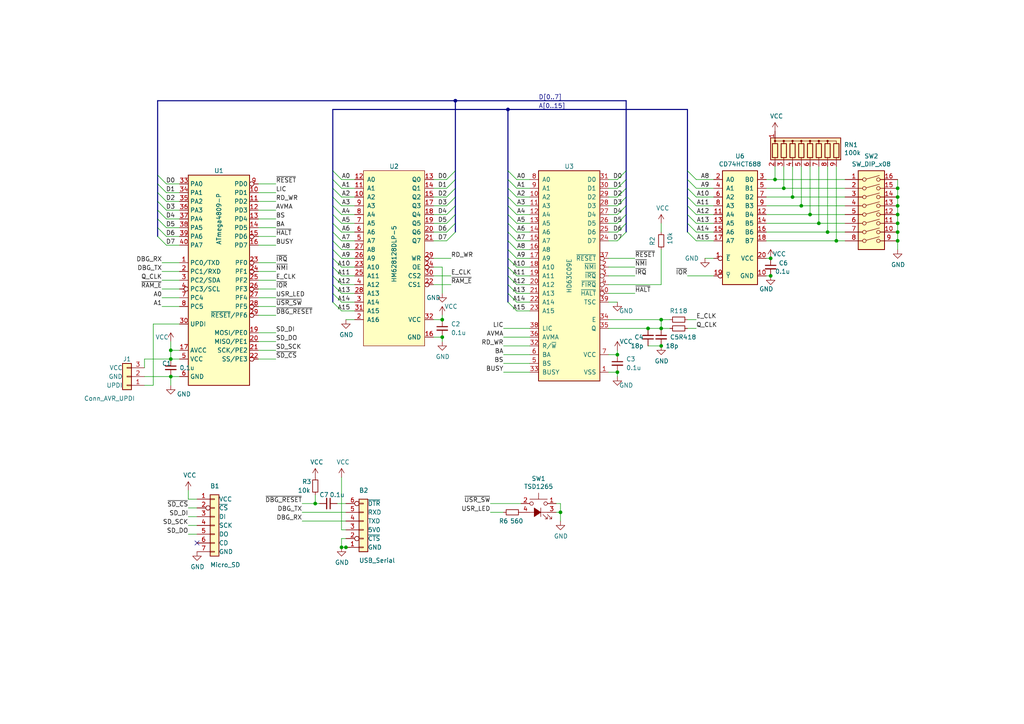
<source format=kicad_sch>
(kicad_sch (version 20211123) (generator eeschema)
  (paper "A4")
  (title_block (title "CyborgHD6309E") (date "2021-02-24") (rev "7") (company "Tadashi G. Takaoka"))
  (lib_symbols
    (symbol "0-LocalLibrary:628128" (pin_names (offset 1.016))
      (property "Reference" "U" (at -1.27 26.67 0))
      (property "Value" "628128" (at 0 -1.27 90))
      (symbol "628128_0_0"
        (pin power_in line (at 11.43 -22.86 180) (length 2.54) (name "GND") (number "16"))
        (pin power_in line (at 11.43 -17.78 180) (length 2.54) (name "VCC") (number "32"))
      )
      (symbol "628128_1_1"
        (pin input line (at -11.43 17.78 0) (length 2.54) (name "A2") (number "10"))
        (pin input line (at -11.43 20.32 0) (length 2.54) (name "A1") (number "11"))
        (pin input line (at -11.43 22.86 0) (length 2.54) (name "A0") (number "12"))
        (pin bidirectional line (at 11.43 22.86 180) (length 2.54) (name "Q0") (number "13"))
        (pin bidirectional line (at 11.43 20.32 180) (length 2.54) (name "Q1") (number "14"))
        (pin bidirectional line (at 11.43 17.78 180) (length 2.54) (name "Q2") (number "15"))
        (pin bidirectional line (at 11.43 15.24 180) (length 2.54) (name "Q3") (number "17"))
        (pin bidirectional line (at 11.43 12.7 180) (length 2.54) (name "Q4") (number "18"))
        (pin bidirectional line (at 11.43 10.16 180) (length 2.54) (name "Q5") (number "19"))
        (pin input line (at -11.43 -17.78 0) (length 2.54) (name "A16") (number "2"))
        (pin bidirectional line (at 11.43 7.62 180) (length 2.54) (name "Q6") (number "20"))
        (pin bidirectional line (at 11.43 5.08 180) (length 2.54) (name "Q7") (number "21"))
        (pin input inverted (at 11.43 -7.62 180) (length 2.54) (name "CS1") (number "22"))
        (pin input line (at -11.43 -2.54 0) (length 2.54) (name "A10") (number "23"))
        (pin input inverted (at 11.43 -2.54 180) (length 2.54) (name "OE") (number "24"))
        (pin input line (at -11.43 -5.08 0) (length 2.54) (name "A11") (number "25"))
        (pin input line (at -11.43 0 0) (length 2.54) (name "A9") (number "26"))
        (pin input line (at -11.43 2.54 0) (length 2.54) (name "A8") (number "27"))
        (pin input line (at -11.43 -10.16 0) (length 2.54) (name "A13") (number "28"))
        (pin input inverted (at 11.43 0 180) (length 2.54) (name "WR") (number "29"))
        (pin input line (at -11.43 -12.7 0) (length 2.54) (name "A14") (number "3"))
        (pin input line (at 11.43 -5.08 180) (length 2.54) (name "CS2") (number "30"))
        (pin input line (at -11.43 -15.24 0) (length 2.54) (name "A15") (number "31"))
        (pin input line (at -11.43 -7.62 0) (length 2.54) (name "A12") (number "4"))
        (pin input line (at -11.43 5.08 0) (length 2.54) (name "A7") (number "5"))
        (pin input line (at -11.43 7.62 0) (length 2.54) (name "A6") (number "6"))
        (pin input line (at -11.43 10.16 0) (length 2.54) (name "A5") (number "7"))
        (pin input line (at -11.43 12.7 0) (length 2.54) (name "A4") (number "8"))
        (pin input line (at -11.43 15.24 0) (length 2.54) (name "A3") (number "9"))
      )
    )
    (symbol "0-LocalLibrary:ATmega4809-P"
      (property "Reference" "U" (at -1.27 30.48 0))
      (property "Value" "ATmega4809-P" (at -1.27 11.43 90))
      (symbol "ATmega4809-P_1_1"
        (pin output line (at -11.43 5.08 0) (length 2.54) (name "PC0/TXD") (number "1"))
        (pin input line (at 11.43 25.4 180) (length 2.54) (name "PD1") (number "10"))
        (pin input line (at 11.43 22.86 180) (length 2.54) (name "PD2") (number "11"))
        (pin input line (at 11.43 20.32 180) (length 2.54) (name "PD3") (number "12"))
        (pin input line (at 11.43 17.78 180) (length 2.54) (name "PD4") (number "13"))
        (pin input line (at 11.43 15.24 180) (length 2.54) (name "PD5") (number "14"))
        (pin output inverted (at 11.43 12.7 180) (length 2.54) (name "PD6") (number "15"))
        (pin input line (at 11.43 10.16 180) (length 2.54) (name "PD7") (number "16"))
        (pin power_in line (at -11.43 -20.32 0) (length 2.54) (name "AVCC") (number "17"))
        (pin power_in line (at -11.43 -27.94 0) (length 2.54) hide (name "GND") (number "18"))
        (pin output line (at 11.43 -15.24 180) (length 2.54) (name "MOSI/PE0") (number "19"))
        (pin input line (at -11.43 2.54 0) (length 2.54) (name "PC1/RXD") (number "2"))
        (pin input line (at 11.43 -17.78 180) (length 2.54) (name "MISO/PE1") (number "20"))
        (pin output line (at 11.43 -20.32 180) (length 2.54) (name "SCK/PE2") (number "21"))
        (pin output inverted (at 11.43 -22.86 180) (length 2.54) (name "SS/PE3") (number "22"))
        (pin output inverted (at 11.43 5.08 180) (length 2.54) (name "PF0") (number "23"))
        (pin output inverted (at 11.43 2.54 180) (length 2.54) (name "PF1") (number "24"))
        (pin output line (at 11.43 0 180) (length 2.54) (name "PF2") (number "25"))
        (pin input inverted (at 11.43 -2.54 180) (length 2.54) (name "PF3") (number "26"))
        (pin output line (at 11.43 -5.08 180) (length 2.54) (name "PF4") (number "27"))
        (pin input inverted (at 11.43 -7.62 180) (length 2.54) (name "PF5") (number "28"))
        (pin input inverted (at 11.43 -10.16 180) (length 2.54) (name "~{RESET}/PF6") (number "29"))
        (pin output line (at -11.43 0 0) (length 2.54) (name "PC2/SDA") (number "3"))
        (pin bidirectional line (at -11.43 -12.7 0) (length 2.54) (name "UPDI") (number "30"))
        (pin power_in line (at -11.43 -22.86 0) (length 2.54) hide (name "VCC") (number "31"))
        (pin power_in line (at -11.43 -27.94 0) (length 2.54) hide (name "GND") (number "32"))
        (pin bidirectional line (at -11.43 27.94 0) (length 2.54) (name "PA0") (number "33"))
        (pin bidirectional line (at -11.43 25.4 0) (length 2.54) (name "PA1") (number "34"))
        (pin bidirectional line (at -11.43 22.86 0) (length 2.54) (name "PA2") (number "35"))
        (pin bidirectional line (at -11.43 20.32 0) (length 2.54) (name "PA3") (number "36"))
        (pin bidirectional line (at -11.43 17.78 0) (length 2.54) (name "PA4") (number "37"))
        (pin bidirectional line (at -11.43 15.24 0) (length 2.54) (name "PA5") (number "38"))
        (pin bidirectional line (at -11.43 12.7 0) (length 2.54) (name "PA6") (number "39"))
        (pin output inverted (at -11.43 -2.54 0) (length 2.54) (name "PC3/SCL") (number "4"))
        (pin bidirectional line (at -11.43 10.16 0) (length 2.54) (name "PA7") (number "40"))
        (pin power_in line (at -11.43 -22.86 0) (length 2.54) (name "VCC") (number "5"))
        (pin power_in line (at -11.43 -27.94 0) (length 2.54) (name "GND") (number "6"))
        (pin input line (at -11.43 -5.08 0) (length 2.54) (name "PC4") (number "7"))
        (pin input line (at -11.43 -7.62 0) (length 2.54) (name "PC5") (number "8"))
        (pin output inverted (at 11.43 27.94 180) (length 2.54) (name "PD0") (number "9"))
      )
    )
    (symbol "0-LocalLibrary:CD74HCT688" (pin_names (offset 1.016))
      (property "Reference" "U" (at -1.27 17.78 0))
      (property "Value" "CD74HCT688" (at 0 0 90))
      (symbol "CD74HCT688_1_0"
        (pin input inverted (at 7.62 -8.89 180) (length 2.54) (name "~{E}") (number "1"))
        (pin power_in line (at -7.62 -13.97 0) (length 2.54) (name "GND") (number "10"))
        (pin input line (at 7.62 3.81 180) (length 2.54) (name "A4") (number "11"))
        (pin input line (at -7.62 3.81 0) (length 2.54) (name "B4") (number "12"))
        (pin input line (at 7.62 1.27 180) (length 2.54) (name "A5") (number "13"))
        (pin input line (at -7.62 1.27 0) (length 2.54) (name "B5") (number "14"))
        (pin input line (at 7.62 -1.27 180) (length 2.54) (name "A6") (number "15"))
        (pin input line (at -7.62 -1.27 0) (length 2.54) (name "B6") (number "16"))
        (pin input line (at 7.62 -3.81 180) (length 2.54) (name "A7") (number "17"))
        (pin input line (at -7.62 -3.81 0) (length 2.54) (name "B7") (number "18"))
        (pin output inverted (at 7.62 -13.97 180) (length 2.54) (name "~{Y}") (number "19"))
        (pin input line (at 7.62 13.97 180) (length 2.54) (name "A0") (number "2"))
        (pin power_in line (at -7.62 -8.89 0) (length 2.54) (name "VCC") (number "20"))
        (pin input line (at -7.62 13.97 0) (length 2.54) (name "B0") (number "3"))
        (pin input line (at 7.62 11.43 180) (length 2.54) (name "A1") (number "4"))
        (pin input line (at -7.62 11.43 0) (length 2.54) (name "B1") (number "5"))
        (pin input line (at 7.62 8.89 180) (length 2.54) (name "A2") (number "6"))
        (pin input line (at -7.62 8.89 0) (length 2.54) (name "B2") (number "7"))
        (pin input line (at 7.62 6.35 180) (length 2.54) (name "A3") (number "8"))
        (pin input line (at -7.62 6.35 0) (length 2.54) (name "B3") (number "9"))
      )
    )
    (symbol "0-LocalLibrary:Conn_AVR_UPDI" (pin_names (offset 2.54))
      (property "Reference" "J" (at 0 7.62 0))
      (property "Value" "Conn_AVR_UPDI" (at 0 -2.54 0))
      (symbol "Conn_AVR_UPDI_1_1"
        (pin bidirectional line (at -5.08 5.08 0) (length 3.81) (name "UPDI") (number "1"))
        (pin passive line (at -5.08 2.54 0) (length 3.81) (name "GND") (number "2"))
        (pin passive line (at -5.08 0 0) (length 3.81) (name "VCC") (number "3"))
      )
    )
    (symbol "0-LocalLibrary:HD63C09E" (pin_names (offset 1.016))
      (property "Reference" "U" (at 0 31.75 0))
      (property "Value" "HD63C09E" (at 0 3.81 90))
      (symbol "HD63C09E_1_1"
        (pin power_in line (at -11.43 -27.94 0) (length 2.54) (name "VSS") (number "1"))
        (pin output line (at 11.43 22.86 180) (length 2.54) (name "A2") (number "10"))
        (pin output line (at 11.43 20.32 180) (length 2.54) (name "A3") (number "11"))
        (pin output line (at 11.43 17.78 180) (length 2.54) (name "A4") (number "12"))
        (pin output line (at 11.43 15.24 180) (length 2.54) (name "A5") (number "13"))
        (pin output line (at 11.43 12.7 180) (length 2.54) (name "A6") (number "14"))
        (pin output line (at 11.43 10.16 180) (length 2.54) (name "A7") (number "15"))
        (pin output line (at 11.43 7.62 180) (length 2.54) (name "A8") (number "16"))
        (pin output line (at 11.43 5.08 180) (length 2.54) (name "A9") (number "17"))
        (pin output line (at 11.43 2.54 180) (length 2.54) (name "A10") (number "18"))
        (pin output line (at 11.43 0 180) (length 2.54) (name "A11") (number "19"))
        (pin input inverted (at -11.43 2.54 0) (length 2.54) (name "~{NMI}") (number "2"))
        (pin output line (at 11.43 -2.54 180) (length 2.54) (name "A12") (number "20"))
        (pin output line (at 11.43 -5.08 180) (length 2.54) (name "A13") (number "21"))
        (pin output line (at 11.43 -7.62 180) (length 2.54) (name "A14") (number "22"))
        (pin output line (at 11.43 -10.16 180) (length 2.54) (name "A15") (number "23"))
        (pin bidirectional line (at -11.43 10.16 0) (length 2.54) (name "D7") (number "24"))
        (pin bidirectional line (at -11.43 12.7 0) (length 2.54) (name "D6") (number "25"))
        (pin bidirectional line (at -11.43 15.24 0) (length 2.54) (name "D5") (number "26"))
        (pin bidirectional line (at -11.43 17.78 0) (length 2.54) (name "D4") (number "27"))
        (pin bidirectional line (at -11.43 20.32 0) (length 2.54) (name "D3") (number "28"))
        (pin bidirectional line (at -11.43 22.86 0) (length 2.54) (name "D2") (number "29"))
        (pin input inverted (at -11.43 0 0) (length 2.54) (name "~{IRQ}") (number "3"))
        (pin bidirectional line (at -11.43 25.4 0) (length 2.54) (name "D1") (number "30"))
        (pin bidirectional line (at -11.43 27.94 0) (length 2.54) (name "D0") (number "31"))
        (pin output line (at 11.43 -20.32 180) (length 2.54) (name "R/~{W}") (number "32"))
        (pin output line (at 11.43 -27.94 180) (length 2.54) (name "BUSY") (number "33"))
        (pin input line (at -11.43 -12.7 0) (length 2.54) (name "E") (number "34"))
        (pin input line (at -11.43 -15.24 0) (length 2.54) (name "Q") (number "35"))
        (pin output line (at 11.43 -17.78 180) (length 2.54) (name "AVMA") (number "36"))
        (pin input inverted (at -11.43 5.08 0) (length 2.54) (name "~{RESET}") (number "37"))
        (pin output line (at 11.43 -15.24 180) (length 2.54) (name "LIC") (number "38"))
        (pin input line (at -11.43 -7.62 0) (length 2.54) (name "TSC") (number "39"))
        (pin input inverted (at -11.43 -2.54 0) (length 2.54) (name "~{FIRQ}") (number "4"))
        (pin input inverted (at -11.43 -5.08 0) (length 2.54) (name "~{HALT}") (number "40"))
        (pin output line (at 11.43 -25.4 180) (length 2.54) (name "BS") (number "5"))
        (pin output line (at 11.43 -22.86 180) (length 2.54) (name "BA") (number "6"))
        (pin power_in line (at -11.43 -22.86 0) (length 2.54) (name "VCC") (number "7"))
        (pin output line (at 11.43 27.94 180) (length 2.54) (name "A0") (number "8"))
        (pin output line (at 11.43 25.4 180) (length 2.54) (name "A1") (number "9"))
      )
    )
    (symbol "0-LocalLibrary:Micro_SD" (pin_names (offset 2.54))
      (property "Reference" "B" (at 0 10.16 0))
      (property "Value" "Micro_SD" (at 0 -10.16 0))
      (symbol "Micro_SD_1_1"
        (pin power_in line (at -5.08 7.62 0) (length 3.81) (name "VCC") (number "1"))
        (pin input inverted (at -5.08 5.08 0) (length 3.81) (name "~{CS}") (number "2"))
        (pin input line (at -5.08 2.54 0) (length 3.81) (name "DI") (number "3"))
        (pin input line (at -5.08 0 0) (length 3.81) (name "SCK") (number "4"))
        (pin output line (at -5.08 -2.54 0) (length 3.81) (name "DO") (number "5"))
        (pin output line (at -5.08 -5.08 0) (length 3.81) (name "CD") (number "6"))
        (pin power_in line (at -5.08 -7.62 0) (length 3.81) (name "GND") (number "7"))
      )
    )
    (symbol "0-LocalLibrary:SW_Push_LED" (pin_names (offset 1.016) hide)
      (property "Reference" "SW" (at 0.635 5.715 0))
      (property "Value" "SW_Push_LED" (at 0 -3.175 0))
      (symbol "SW_Push_LED_0_1"
        (pin passive line (at -5.08 2.54 0) (length 2.54) (name "1") (number "1"))
        (pin passive line (at 5.08 2.54 180) (length 2.54) (name "2") (number "2"))
        (pin passive line (at -5.08 0 0) (length 2.54) (name "K") (number "3"))
        (pin passive line (at 5.08 0 180) (length 2.54) (name "A") (number "4"))
      )
    )
    (symbol "0-LocalLibrary:USB_Serial" (pin_names (offset 2.54))
      (property "Reference" "B" (at 0 7.62 0))
      (property "Value" "USB_Serial" (at 0 -10.16 0))
      (symbol "USB_Serial_1_1"
        (pin power_out line (at -5.08 -7.62 0) (length 3.81) (name "GND") (number "1"))
        (pin input inverted (at -5.08 -5.08 0) (length 3.81) (name "~{CTS}") (number "2"))
        (pin power_out line (at -5.08 -2.54 0) (length 3.81) (name "5V0") (number "3"))
        (pin input line (at -5.08 0 0) (length 3.81) (name "TXD") (number "4"))
        (pin output line (at -5.08 2.54 0) (length 3.81) (name "RXD") (number "5"))
        (pin output inverted (at -5.08 5.08 0) (length 3.81) (name "~{DTR}") (number "6"))
      )
    )
    (symbol "Device:C_Small" (pin_numbers hide) (pin_names (offset 0.254) hide)
      (property "Reference" "C" (at 0.254 1.778 0))
      (property "Value" "C_Small" (at 0.254 -2.032 0))
      (symbol "C_Small_1_1"
        (pin passive line (at 0 2.54 270) (length 2.032) (name "~") (number "1"))
        (pin passive line (at 0 -2.54 90) (length 2.032) (name "~") (number "2"))
      )
    )
    (symbol "Device:R_Network08" (pin_names (offset 0) hide)
      (property "Reference" "RN" (at -12.7 0 90))
      (property "Value" "R_Network08" (at 10.16 0 90))
      (symbol "R_Network08_1_1"
        (pin passive line (at -10.16 5.08 270) (length 2.54) (name "common") (number "1"))
        (pin passive line (at -10.16 -5.08 90) (length 1.27) (name "R1") (number "2"))
        (pin passive line (at -7.62 -5.08 90) (length 1.27) (name "R2") (number "3"))
        (pin passive line (at -5.08 -5.08 90) (length 1.27) (name "R3") (number "4"))
        (pin passive line (at -2.54 -5.08 90) (length 1.27) (name "R4") (number "5"))
        (pin passive line (at 0 -5.08 90) (length 1.27) (name "R5") (number "6"))
        (pin passive line (at 2.54 -5.08 90) (length 1.27) (name "R6") (number "7"))
        (pin passive line (at 5.08 -5.08 90) (length 1.27) (name "R7") (number "8"))
        (pin passive line (at 7.62 -5.08 90) (length 1.27) (name "R8") (number "9"))
      )
    )
    (symbol "Device:R_Small" (pin_numbers hide) (pin_names (offset 0.254) hide)
      (property "Reference" "R" (at 0.762 0.508 0))
      (property "Value" "R_Small" (at 0.762 -1.016 0))
      (symbol "R_Small_1_1"
        (pin passive line (at 0 2.54 270) (length 0.762) (name "~") (number "1"))
        (pin passive line (at 0 -2.54 90) (length 0.762) (name "~") (number "2"))
      )
    )
    (symbol "Switch:SW_DIP_x08" (pin_names (offset 0) hide)
      (property "Reference" "SW" (at 0 13.97 0))
      (property "Value" "SW_DIP_x08" (at 0 -11.43 0))
      (symbol "SW_DIP_x08_1_1"
        (pin passive line (at -7.62 10.16 0) (length 5.08) (name "~") (number "1"))
        (pin passive line (at 7.62 -5.08 180) (length 5.08) (name "~") (number "10"))
        (pin passive line (at 7.62 -2.54 180) (length 5.08) (name "~") (number "11"))
        (pin passive line (at 7.62 0 180) (length 5.08) (name "~") (number "12"))
        (pin passive line (at 7.62 2.54 180) (length 5.08) (name "~") (number "13"))
        (pin passive line (at 7.62 5.08 180) (length 5.08) (name "~") (number "14"))
        (pin passive line (at 7.62 7.62 180) (length 5.08) (name "~") (number "15"))
        (pin passive line (at 7.62 10.16 180) (length 5.08) (name "~") (number "16"))
        (pin passive line (at -7.62 7.62 0) (length 5.08) (name "~") (number "2"))
        (pin passive line (at -7.62 5.08 0) (length 5.08) (name "~") (number "3"))
        (pin passive line (at -7.62 2.54 0) (length 5.08) (name "~") (number "4"))
        (pin passive line (at -7.62 0 0) (length 5.08) (name "~") (number "5"))
        (pin passive line (at -7.62 -2.54 0) (length 5.08) (name "~") (number "6"))
        (pin passive line (at -7.62 -5.08 0) (length 5.08) (name "~") (number "7"))
        (pin passive line (at -7.62 -7.62 0) (length 5.08) (name "~") (number "8"))
        (pin passive line (at 7.62 -7.62 180) (length 5.08) (name "~") (number "9"))
      )
    )
    (symbol "power:GND" (power) (pin_names (offset 0))
      (property "Value" "GND" (at 0 -3.81 0))
      (symbol "GND_1_1"
        (pin power_in line (at 0 0 270) (length 0) hide (name "GND") (number "1"))
      )
    )
    (symbol "power:VCC" (power) (pin_names (offset 0))
      (property "Value" "VCC" (at 0 3.81 0))
      (symbol "VCC_1_1"
        (pin power_in line (at 0 0 90) (length 0) hide (name "VCC") (number "1"))
      )
    )
  )
  (junction (at 223.52 74.93))
  (junction (at 232.41 59.69))
  (junction (at 260.35 57.15))
  (junction (at 187.96 95.25))
  (junction (at 223.52 80.01))
  (junction (at 179.07 102.87))
  (junction (at 100.33 158.75))
  (junction (at 49.53 109.22))
  (junction (at 237.49 64.77))
  (junction (at 179.07 107.95))
  (junction (at 240.03 67.31))
  (junction (at 191.77 95.25))
  (junction (at 242.57 69.85))
  (junction (at 162.56 148.59))
  (junction (at 191.77 100.33))
  (junction (at 260.35 69.85))
  (junction (at 128.27 92.71))
  (junction (at 128.27 97.79))
  (junction (at 49.53 101.6))
  (junction (at 191.77 92.71))
  (junction (at 260.35 54.61))
  (junction (at 91.44 146.05))
  (junction (at 260.35 62.23))
  (junction (at 224.79 52.07))
  (junction (at 260.35 64.77))
  (junction (at 132.08 29.21))
  (junction (at 260.35 59.69))
  (junction (at 99.06 158.75))
  (junction (at 147.32 31.75))
  (junction (at 227.33 54.61))
  (junction (at 49.53 104.14))
  (junction (at 260.35 67.31))
  (junction (at 229.87 57.15))
  (junction (at 234.95 62.23))
  (no_connect (at 57.15 157.48))
  (bus_entry (at 96.52 52.07) (size 2.54 2.54))
  (bus_entry (at 179.07 52.07) (size 2.54 -2.54))
  (bus_entry (at 147.32 80.01) (size 2.54 2.54))
  (bus_entry (at 45.72 60.96) (size 2.54 2.54))
  (bus_entry (at 179.07 54.61) (size 2.54 -2.54))
  (bus_entry (at 147.32 82.55) (size 2.54 2.54))
  (bus_entry (at 96.52 67.31) (size 2.54 2.54))
  (bus_entry (at 147.32 74.93) (size 2.54 2.54))
  (bus_entry (at 147.32 57.15) (size 2.54 2.54))
  (bus_entry (at 96.52 62.23) (size 2.54 2.54))
  (bus_entry (at 129.54 62.23) (size 2.54 -2.54))
  (bus_entry (at 96.52 74.93) (size 2.54 2.54))
  (bus_entry (at 96.52 77.47) (size 2.54 2.54))
  (bus_entry (at 96.52 82.55) (size 2.54 2.54))
  (bus_entry (at 129.54 59.69) (size 2.54 -2.54))
  (bus_entry (at 147.32 52.07) (size 2.54 2.54))
  (bus_entry (at 129.54 69.85) (size 2.54 -2.54))
  (bus_entry (at 96.52 59.69) (size 2.54 2.54))
  (bus_entry (at 147.32 69.85) (size 2.54 2.54))
  (bus_entry (at 45.72 68.58) (size 2.54 2.54))
  (bus_entry (at 199.39 67.31) (size 2.54 2.54))
  (bus_entry (at 45.72 55.88) (size 2.54 2.54))
  (bus_entry (at 147.32 67.31) (size 2.54 2.54))
  (bus_entry (at 45.72 58.42) (size 2.54 2.54))
  (bus_entry (at 199.39 54.61) (size 2.54 2.54))
  (bus_entry (at 147.32 77.47) (size 2.54 2.54))
  (bus_entry (at 129.54 64.77) (size 2.54 -2.54))
  (bus_entry (at 147.32 49.53) (size 2.54 2.54))
  (bus_entry (at 147.32 85.09) (size 2.54 2.54))
  (bus_entry (at 147.32 54.61) (size 2.54 2.54))
  (bus_entry (at 96.52 54.61) (size 2.54 2.54))
  (bus_entry (at 199.39 57.15) (size 2.54 2.54))
  (bus_entry (at 147.32 59.69) (size 2.54 2.54))
  (bus_entry (at 129.54 52.07) (size 2.54 -2.54))
  (bus_entry (at 129.54 57.15) (size 2.54 -2.54))
  (bus_entry (at 96.52 87.63) (size 2.54 2.54))
  (bus_entry (at 179.07 64.77) (size 2.54 -2.54))
  (bus_entry (at 147.32 62.23) (size 2.54 2.54))
  (bus_entry (at 45.72 53.34) (size 2.54 2.54))
  (bus_entry (at 45.72 63.5) (size 2.54 2.54))
  (bus_entry (at 179.07 59.69) (size 2.54 -2.54))
  (bus_entry (at 179.07 62.23) (size 2.54 -2.54))
  (bus_entry (at 96.52 57.15) (size 2.54 2.54))
  (bus_entry (at 179.07 57.15) (size 2.54 -2.54))
  (bus_entry (at 147.32 72.39) (size 2.54 2.54))
  (bus_entry (at 179.07 69.85) (size 2.54 -2.54))
  (bus_entry (at 199.39 49.53) (size 2.54 2.54))
  (bus_entry (at 179.07 67.31) (size 2.54 -2.54))
  (bus_entry (at 147.32 64.77) (size 2.54 2.54))
  (bus_entry (at 129.54 54.61) (size 2.54 -2.54))
  (bus_entry (at 199.39 62.23) (size 2.54 2.54))
  (bus_entry (at 96.52 49.53) (size 2.54 2.54))
  (bus_entry (at 96.52 85.09) (size 2.54 2.54))
  (bus_entry (at 129.54 67.31) (size 2.54 -2.54))
  (bus_entry (at 96.52 72.39) (size 2.54 2.54))
  (bus_entry (at 199.39 52.07) (size 2.54 2.54))
  (bus_entry (at 199.39 59.69) (size 2.54 2.54))
  (bus_entry (at 199.39 64.77) (size 2.54 2.54))
  (bus_entry (at 96.52 69.85) (size 2.54 2.54))
  (bus_entry (at 45.72 50.8) (size 2.54 2.54))
  (bus_entry (at 96.52 80.01) (size 2.54 2.54))
  (bus_entry (at 45.72 66.04) (size 2.54 2.54))
  (bus_entry (at 147.32 87.63) (size 2.54 2.54))
  (bus_entry (at 96.52 64.77) (size 2.54 2.54))
  (wire (pts (xy 80.01 104.14) (xy 74.93 104.14)))
  (bus (pts (xy 96.52 57.15) (xy 96.52 59.69)))
  (wire (pts (xy 125.73 62.23) (xy 129.54 62.23)))
  (wire (pts (xy 222.25 54.61) (xy 227.33 54.61)))
  (bus (pts (xy 45.72 66.04) (xy 45.72 68.58)))
  (wire (pts (xy 99.06 57.15) (xy 102.87 57.15)))
  (bus (pts (xy 199.39 54.61) (xy 199.39 57.15)))
  (wire (pts (xy 128.27 91.44) (xy 128.27 92.71)))
  (wire (pts (xy 222.25 69.85) (xy 242.57 69.85)))
  (bus (pts (xy 96.52 67.31) (xy 96.52 69.85)))
  (wire (pts (xy 49.53 104.14) (xy 49.53 101.6)))
  (bus (pts (xy 147.32 82.55) (xy 147.32 85.09)))
  (wire (pts (xy 229.87 48.26) (xy 229.87 57.15)))
  (wire (pts (xy 240.03 48.26) (xy 240.03 67.31)))
  (wire (pts (xy 176.53 57.15) (xy 179.07 57.15)))
  (wire (pts (xy 87.63 151.13) (xy 100.33 151.13)))
  (bus (pts (xy 96.52 52.07) (xy 96.52 54.61)))
  (wire (pts (xy 224.79 48.26) (xy 224.79 52.07)))
  (bus (pts (xy 147.32 85.09) (xy 147.32 87.63)))
  (wire (pts (xy 125.73 52.07) (xy 129.54 52.07)))
  (wire (pts (xy 99.06 72.39) (xy 102.87 72.39)))
  (wire (pts (xy 222.25 59.69) (xy 232.41 59.69)))
  (bus (pts (xy 147.32 72.39) (xy 147.32 74.93)))
  (wire (pts (xy 128.27 97.79) (xy 128.27 99.06)))
  (wire (pts (xy 142.24 148.59) (xy 146.05 148.59)))
  (bus (pts (xy 96.52 77.47) (xy 96.52 80.01)))
  (wire (pts (xy 176.53 102.87) (xy 179.07 102.87)))
  (wire (pts (xy 161.29 146.05) (xy 162.56 146.05)))
  (wire (pts (xy 99.06 158.75) (xy 100.33 158.75)))
  (wire (pts (xy 201.93 52.07) (xy 207.01 52.07)))
  (wire (pts (xy 176.53 64.77) (xy 179.07 64.77)))
  (wire (pts (xy 229.87 57.15) (xy 222.25 57.15)))
  (bus (pts (xy 181.61 59.69) (xy 181.61 62.23)))
  (wire (pts (xy 176.53 54.61) (xy 179.07 54.61)))
  (wire (pts (xy 149.86 52.07) (xy 153.67 52.07)))
  (wire (pts (xy 227.33 54.61) (xy 245.11 54.61)))
  (wire (pts (xy 176.53 74.93) (xy 184.15 74.93)))
  (wire (pts (xy 201.93 67.31) (xy 207.01 67.31)))
  (wire (pts (xy 125.73 77.47) (xy 128.27 77.47)))
  (wire (pts (xy 74.93 71.12) (xy 80.01 71.12)))
  (wire (pts (xy 99.06 67.31) (xy 102.87 67.31)))
  (wire (pts (xy 237.49 48.26) (xy 237.49 64.77)))
  (wire (pts (xy 146.05 105.41) (xy 153.67 105.41)))
  (wire (pts (xy 179.07 102.87) (xy 179.07 101.6)))
  (wire (pts (xy 57.15 152.4) (xy 54.61 152.4)))
  (bus (pts (xy 96.52 82.55) (xy 96.52 85.09)))
  (wire (pts (xy 149.86 80.01) (xy 153.67 80.01)))
  (wire (pts (xy 176.53 67.31) (xy 179.07 67.31)))
  (wire (pts (xy 48.26 71.12) (xy 52.07 71.12)))
  (wire (pts (xy 227.33 48.26) (xy 227.33 54.61)))
  (wire (pts (xy 201.93 64.77) (xy 207.01 64.77)))
  (bus (pts (xy 96.52 74.93) (xy 96.52 77.47)))
  (wire (pts (xy 74.93 88.9) (xy 80.01 88.9)))
  (bus (pts (xy 181.61 52.07) (xy 181.61 54.61)))
  (wire (pts (xy 52.07 88.9) (xy 46.99 88.9)))
  (bus (pts (xy 132.08 57.15) (xy 132.08 59.69)))
  (wire (pts (xy 87.63 146.05) (xy 91.44 146.05)))
  (wire (pts (xy 199.39 92.71) (xy 201.93 92.71)))
  (wire (pts (xy 260.35 67.31) (xy 260.35 69.85)))
  (bus (pts (xy 96.52 69.85) (xy 96.52 72.39)))
  (bus (pts (xy 132.08 52.07) (xy 132.08 54.61)))
  (bus (pts (xy 132.08 29.21) (xy 132.08 49.53)))
  (wire (pts (xy 74.93 76.2) (xy 80.01 76.2)))
  (bus (pts (xy 45.72 29.21) (xy 132.08 29.21)))
  (wire (pts (xy 176.53 87.63) (xy 179.07 87.63)))
  (wire (pts (xy 149.86 57.15) (xy 153.67 57.15)))
  (wire (pts (xy 128.27 97.79) (xy 125.73 97.79)))
  (wire (pts (xy 49.53 109.22) (xy 49.53 111.76)))
  (bus (pts (xy 181.61 29.21) (xy 181.61 49.53)))
  (bus (pts (xy 181.61 49.53) (xy 181.61 52.07)))
  (bus (pts (xy 132.08 49.53) (xy 132.08 52.07)))
  (wire (pts (xy 74.93 58.42) (xy 80.01 58.42)))
  (wire (pts (xy 125.73 80.01) (xy 130.81 80.01)))
  (wire (pts (xy 52.07 83.82) (xy 46.99 83.82)))
  (wire (pts (xy 48.26 66.04) (xy 52.07 66.04)))
  (wire (pts (xy 125.73 64.77) (xy 129.54 64.77)))
  (bus (pts (xy 199.39 31.75) (xy 199.39 49.53)))
  (wire (pts (xy 162.56 148.59) (xy 162.56 151.13)))
  (wire (pts (xy 99.06 74.93) (xy 102.87 74.93)))
  (wire (pts (xy 100.33 92.71) (xy 102.87 92.71)))
  (bus (pts (xy 96.52 64.77) (xy 96.52 67.31)))
  (wire (pts (xy 49.53 104.14) (xy 41.91 104.14)))
  (wire (pts (xy 100.33 158.75) (xy 101.6 158.75)))
  (bus (pts (xy 96.52 80.01) (xy 96.52 82.55)))
  (wire (pts (xy 179.07 109.22) (xy 179.07 107.95)))
  (bus (pts (xy 199.39 57.15) (xy 199.39 59.69)))
  (bus (pts (xy 147.32 62.23) (xy 147.32 64.77)))
  (bus (pts (xy 96.52 54.61) (xy 96.52 57.15)))
  (wire (pts (xy 74.93 78.74) (xy 80.01 78.74)))
  (bus (pts (xy 199.39 62.23) (xy 199.39 64.77)))
  (wire (pts (xy 176.53 85.09) (xy 184.15 85.09)))
  (bus (pts (xy 147.32 59.69) (xy 147.32 62.23)))
  (wire (pts (xy 245.11 67.31) (xy 240.03 67.31)))
  (wire (pts (xy 99.06 69.85) (xy 102.87 69.85)))
  (wire (pts (xy 176.53 77.47) (xy 184.15 77.47)))
  (bus (pts (xy 199.39 64.77) (xy 199.39 67.31)))
  (bus (pts (xy 147.32 67.31) (xy 147.32 69.85)))
  (wire (pts (xy 99.06 77.47) (xy 102.87 77.47)))
  (wire (pts (xy 242.57 69.85) (xy 245.11 69.85)))
  (wire (pts (xy 91.44 143.51) (xy 91.44 146.05)))
  (wire (pts (xy 149.86 59.69) (xy 153.67 59.69)))
  (wire (pts (xy 176.53 82.55) (xy 191.77 82.55)))
  (wire (pts (xy 99.06 62.23) (xy 102.87 62.23)))
  (wire (pts (xy 125.73 92.71) (xy 128.27 92.71)))
  (wire (pts (xy 222.25 52.07) (xy 224.79 52.07)))
  (wire (pts (xy 52.07 101.6) (xy 49.53 101.6)))
  (wire (pts (xy 41.91 104.14) (xy 41.91 106.68)))
  (wire (pts (xy 260.35 59.69) (xy 260.35 62.23)))
  (wire (pts (xy 74.93 81.28) (xy 80.01 81.28)))
  (wire (pts (xy 142.24 146.05) (xy 151.13 146.05)))
  (wire (pts (xy 125.73 54.61) (xy 129.54 54.61)))
  (wire (pts (xy 149.86 77.47) (xy 153.67 77.47)))
  (wire (pts (xy 74.93 55.88) (xy 80.01 55.88)))
  (wire (pts (xy 74.93 91.44) (xy 80.01 91.44)))
  (wire (pts (xy 57.15 149.86) (xy 54.61 149.86)))
  (wire (pts (xy 48.26 63.5) (xy 52.07 63.5)))
  (bus (pts (xy 45.72 29.21) (xy 45.72 50.8)))
  (wire (pts (xy 125.73 69.85) (xy 129.54 69.85)))
  (wire (pts (xy 222.25 80.01) (xy 223.52 80.01)))
  (wire (pts (xy 176.53 80.01) (xy 184.15 80.01)))
  (wire (pts (xy 201.93 95.25) (xy 199.39 95.25)))
  (wire (pts (xy 99.06 82.55) (xy 102.87 82.55)))
  (wire (pts (xy 260.35 57.15) (xy 260.35 59.69)))
  (wire (pts (xy 146.05 100.33) (xy 153.67 100.33)))
  (bus (pts (xy 96.52 62.23) (xy 96.52 64.77)))
  (wire (pts (xy 57.15 154.94) (xy 54.61 154.94)))
  (wire (pts (xy 176.53 59.69) (xy 179.07 59.69)))
  (bus (pts (xy 147.32 80.01) (xy 147.32 82.55)))
  (bus (pts (xy 96.52 49.53) (xy 96.52 52.07)))
  (wire (pts (xy 201.93 54.61) (xy 207.01 54.61)))
  (wire (pts (xy 191.77 64.77) (xy 191.77 67.31)))
  (wire (pts (xy 146.05 95.25) (xy 153.67 95.25)))
  (wire (pts (xy 234.95 48.26) (xy 234.95 62.23)))
  (wire (pts (xy 125.73 67.31) (xy 129.54 67.31)))
  (wire (pts (xy 99.06 138.43) (xy 99.06 153.67)))
  (wire (pts (xy 52.07 86.36) (xy 46.99 86.36)))
  (bus (pts (xy 132.08 54.61) (xy 132.08 57.15)))
  (wire (pts (xy 52.07 78.74) (xy 46.99 78.74)))
  (wire (pts (xy 161.29 148.59) (xy 162.56 148.59)))
  (bus (pts (xy 181.61 54.61) (xy 181.61 57.15)))
  (wire (pts (xy 128.27 77.47) (xy 128.27 85.09)))
  (wire (pts (xy 99.06 64.77) (xy 102.87 64.77)))
  (wire (pts (xy 176.53 62.23) (xy 179.07 62.23)))
  (wire (pts (xy 74.93 60.96) (xy 80.01 60.96)))
  (wire (pts (xy 49.53 109.22) (xy 52.07 109.22)))
  (wire (pts (xy 222.25 74.93) (xy 223.52 74.93)))
  (wire (pts (xy 153.67 107.95) (xy 146.05 107.95)))
  (wire (pts (xy 125.73 74.93) (xy 130.81 74.93)))
  (wire (pts (xy 48.26 55.88) (xy 52.07 55.88)))
  (wire (pts (xy 125.73 57.15) (xy 129.54 57.15)))
  (wire (pts (xy 201.93 62.23) (xy 207.01 62.23)))
  (wire (pts (xy 232.41 59.69) (xy 245.11 59.69)))
  (wire (pts (xy 232.41 48.26) (xy 232.41 59.69)))
  (wire (pts (xy 194.31 92.71) (xy 191.77 92.71)))
  (wire (pts (xy 46.99 81.28) (xy 52.07 81.28)))
  (bus (pts (xy 181.61 62.23) (xy 181.61 64.77)))
  (wire (pts (xy 46.99 76.2) (xy 52.07 76.2)))
  (wire (pts (xy 99.06 80.01) (xy 102.87 80.01)))
  (wire (pts (xy 234.95 62.23) (xy 222.25 62.23)))
  (wire (pts (xy 149.86 69.85) (xy 153.67 69.85)))
  (wire (pts (xy 222.25 64.77) (xy 237.49 64.77)))
  (bus (pts (xy 45.72 55.88) (xy 45.72 58.42)))
  (bus (pts (xy 147.32 31.75) (xy 147.32 49.53)))
  (wire (pts (xy 48.26 60.96) (xy 52.07 60.96)))
  (wire (pts (xy 146.05 102.87) (xy 153.67 102.87)))
  (bus (pts (xy 147.32 49.53) (xy 147.32 52.07)))
  (wire (pts (xy 149.86 64.77) (xy 153.67 64.77)))
  (bus (pts (xy 147.32 31.75) (xy 199.39 31.75)))
  (wire (pts (xy 149.86 87.63) (xy 153.67 87.63)))
  (wire (pts (xy 146.05 97.79) (xy 153.67 97.79)))
  (wire (pts (xy 260.35 64.77) (xy 260.35 67.31)))
  (wire (pts (xy 74.93 53.34) (xy 80.01 53.34)))
  (wire (pts (xy 149.86 54.61) (xy 153.67 54.61)))
  (bus (pts (xy 181.61 64.77) (xy 181.61 67.31)))
  (wire (pts (xy 176.53 69.85) (xy 179.07 69.85)))
  (wire (pts (xy 52.07 104.14) (xy 49.53 104.14)))
  (wire (pts (xy 48.26 68.58) (xy 52.07 68.58)))
  (bus (pts (xy 132.08 62.23) (xy 132.08 64.77)))
  (wire (pts (xy 54.61 142.24) (xy 54.61 144.78)))
  (bus (pts (xy 45.72 50.8) (xy 45.72 53.34)))
  (wire (pts (xy 49.53 101.6) (xy 49.53 99.06)))
  (bus (pts (xy 147.32 57.15) (xy 147.32 59.69)))
  (bus (pts (xy 199.39 52.07) (xy 199.39 54.61)))
  (wire (pts (xy 74.93 66.04) (xy 80.01 66.04)))
  (wire (pts (xy 245.11 62.23) (xy 234.95 62.23)))
  (bus (pts (xy 45.72 63.5) (xy 45.72 66.04)))
  (wire (pts (xy 74.93 96.52) (xy 80.01 96.52)))
  (wire (pts (xy 201.93 69.85) (xy 207.01 69.85)))
  (bus (pts (xy 96.52 31.75) (xy 147.32 31.75)))
  (bus (pts (xy 147.32 74.93) (xy 147.32 77.47)))
  (wire (pts (xy 149.86 82.55) (xy 153.67 82.55)))
  (wire (pts (xy 176.53 95.25) (xy 187.96 95.25)))
  (wire (pts (xy 57.15 147.32) (xy 54.61 147.32)))
  (wire (pts (xy 162.56 146.05) (xy 162.56 148.59)))
  (wire (pts (xy 99.06 59.69) (xy 102.87 59.69)))
  (wire (pts (xy 245.11 57.15) (xy 229.87 57.15)))
  (bus (pts (xy 147.32 69.85) (xy 147.32 72.39)))
  (wire (pts (xy 41.91 111.76) (xy 44.45 111.76)))
  (wire (pts (xy 57.15 144.78) (xy 54.61 144.78)))
  (wire (pts (xy 191.77 95.25) (xy 191.77 92.71)))
  (wire (pts (xy 194.31 95.25) (xy 191.77 95.25)))
  (wire (pts (xy 191.77 95.25) (xy 187.96 95.25)))
  (wire (pts (xy 74.93 86.36) (xy 80.01 86.36)))
  (bus (pts (xy 45.72 53.34) (xy 45.72 55.88)))
  (wire (pts (xy 74.93 83.82) (xy 80.01 83.82)))
  (bus (pts (xy 96.52 85.09) (xy 96.52 87.63)))
  (bus (pts (xy 45.72 60.96) (xy 45.72 63.5)))
  (wire (pts (xy 48.26 53.34) (xy 52.07 53.34)))
  (wire (pts (xy 48.26 58.42) (xy 52.07 58.42)))
  (wire (pts (xy 149.86 72.39) (xy 153.67 72.39)))
  (wire (pts (xy 260.35 69.85) (xy 260.35 72.39)))
  (wire (pts (xy 149.86 62.23) (xy 153.67 62.23)))
  (wire (pts (xy 74.93 63.5) (xy 80.01 63.5)))
  (wire (pts (xy 41.91 109.22) (xy 49.53 109.22)))
  (bus (pts (xy 147.32 77.47) (xy 147.32 80.01)))
  (bus (pts (xy 96.52 72.39) (xy 96.52 74.93)))
  (wire (pts (xy 260.35 54.61) (xy 260.35 57.15)))
  (wire (pts (xy 240.03 67.31) (xy 222.25 67.31)))
  (wire (pts (xy 237.49 64.77) (xy 245.11 64.77)))
  (wire (pts (xy 99.06 153.67) (xy 100.33 153.67)))
  (bus (pts (xy 147.32 54.61) (xy 147.32 57.15)))
  (wire (pts (xy 99.06 156.21) (xy 99.06 158.75)))
  (wire (pts (xy 44.45 111.76) (xy 44.45 93.98)))
  (bus (pts (xy 147.32 52.07) (xy 147.32 54.61)))
  (wire (pts (xy 74.93 101.6) (xy 80.01 101.6)))
  (wire (pts (xy 260.35 62.23) (xy 260.35 64.77)))
  (wire (pts (xy 260.35 52.07) (xy 260.35 54.61)))
  (wire (pts (xy 99.06 90.17) (xy 102.87 90.17)))
  (wire (pts (xy 187.96 100.33) (xy 191.77 100.33)))
  (wire (pts (xy 201.93 57.15) (xy 207.01 57.15)))
  (wire (pts (xy 224.79 52.07) (xy 245.11 52.07)))
  (wire (pts (xy 99.06 85.09) (xy 102.87 85.09)))
  (wire (pts (xy 176.53 107.95) (xy 179.07 107.95)))
  (wire (pts (xy 100.33 156.21) (xy 99.06 156.21)))
  (wire (pts (xy 149.86 90.17) (xy 153.67 90.17)))
  (wire (pts (xy 44.45 93.98) (xy 52.07 93.98)))
  (wire (pts (xy 100.33 146.05) (xy 97.79 146.05)))
  (wire (pts (xy 99.06 87.63) (xy 102.87 87.63)))
  (wire (pts (xy 74.93 68.58) (xy 80.01 68.58)))
  (bus (pts (xy 181.61 57.15) (xy 181.61 59.69)))
  (wire (pts (xy 242.57 48.26) (xy 242.57 69.85)))
  (bus (pts (xy 45.72 58.42) (xy 45.72 60.96)))
  (wire (pts (xy 191.77 82.55) (xy 191.77 72.39)))
  (wire (pts (xy 91.44 146.05) (xy 92.71 146.05)))
  (bus (pts (xy 132.08 59.69) (xy 132.08 62.23)))
  (wire (pts (xy 80.01 99.06) (xy 74.93 99.06)))
  (wire (pts (xy 204.47 74.93) (xy 207.01 74.93)))
  (bus (pts (xy 132.08 29.21) (xy 181.61 29.21)))
  (wire (pts (xy 99.06 54.61) (xy 102.87 54.61)))
  (wire (pts (xy 149.86 74.93) (xy 153.67 74.93)))
  (bus (pts (xy 96.52 59.69) (xy 96.52 62.23)))
  (bus (pts (xy 132.08 64.77) (xy 132.08 67.31)))
  (wire (pts (xy 176.53 52.07) (xy 179.07 52.07)))
  (wire (pts (xy 99.06 52.07) (xy 102.87 52.07)))
  (wire (pts (xy 201.93 59.69) (xy 207.01 59.69)))
  (wire (pts (xy 207.01 80.01) (xy 199.39 80.01)))
  (bus (pts (xy 147.32 64.77) (xy 147.32 67.31)))
  (wire (pts (xy 149.86 85.09) (xy 153.67 85.09)))
  (bus (pts (xy 199.39 49.53) (xy 199.39 52.07)))
  (wire (pts (xy 125.73 59.69) (xy 129.54 59.69)))
  (wire (pts (xy 125.73 82.55) (xy 130.81 82.55)))
  (wire (pts (xy 149.86 67.31) (xy 153.67 67.31)))
  (bus (pts (xy 96.52 31.75) (xy 96.52 49.53)))
  (bus (pts (xy 199.39 59.69) (xy 199.39 62.23)))
  (wire (pts (xy 87.63 148.59) (xy 100.33 148.59)))
  (wire (pts (xy 176.53 92.71) (xy 191.77 92.71)))
  (label "A4" (at 101.6 62.23 180))
  (label "D4" (at 50.8 63.5 180))
  (label "A9" (at 205.74 54.61 180))
  (label "BA" (at 80.01 66.04 0))
  (label "D6" (at 177.8 67.31 0))
  (label "~{HALT}" (at 80.01 68.58 0))
  (label "A5" (at 152.4 64.77 180))
  (label "~{USR_SW}" (at 142.24 146.05 180))
  (label "LIC" (at 80.01 55.88 0))
  (label "E_CLK" (at 201.93 92.71 0))
  (label "A2" (at 152.4 57.15 180))
  (label "SD_DO" (at 80.01 99.06 0))
  (label "A14" (at 205.74 67.31 180))
  (label "A0" (at 46.99 86.36 180))
  (label "AVMA" (at 80.01 60.96 0))
  (label "D4" (at 127 62.23 0))
  (label "A[0..15]" (at 156.21 31.75 0))
  (label "LIC" (at 146.05 95.25 180))
  (label "A8" (at 152.4 72.39 180))
  (label "D1" (at 50.8 55.88 180))
  (label "~{DBG_RESET}" (at 80.01 91.44 0))
  (label "D[0..7]" (at 156.21 29.21 0))
  (label "A2" (at 101.6 57.15 180))
  (label "SD_SCK" (at 80.01 101.6 0))
  (label "A10" (at 152.4 77.47 180))
  (label "SD_DI" (at 80.01 96.52 0))
  (label "~{NMI}" (at 184.15 77.47 0))
  (label "D6" (at 127 67.31 0))
  (label "D7" (at 127 69.85 0))
  (label "~{IOR}" (at 80.01 83.82 0))
  (label "RD_WR" (at 146.05 100.33 180))
  (label "A12" (at 152.4 82.55 180))
  (label "A15" (at 152.4 90.17 180))
  (label "E_CLK" (at 80.01 81.28 0))
  (label "A11" (at 101.6 80.01 180))
  (label "A15" (at 101.6 90.17 180))
  (label "~{RAM_E}" (at 130.81 82.55 0))
  (label "A11" (at 205.74 59.69 180))
  (label "~{HALT}" (at 184.15 85.09 0))
  (label "~{RESET}" (at 184.15 74.93 0))
  (label "~{SD_CS}" (at 80.01 104.14 0))
  (label "A8" (at 101.6 72.39 180))
  (label "~{IRQ}" (at 80.01 76.2 0))
  (label "A0" (at 101.6 52.07 180))
  (label "A13" (at 205.74 64.77 180))
  (label "A4" (at 152.4 62.23 180))
  (label "USR_LED" (at 142.24 148.59 180))
  (label "SD_SCK" (at 54.61 152.4 180))
  (label "A14" (at 152.4 87.63 180))
  (label "A3" (at 152.4 59.69 180))
  (label "D3" (at 127 59.69 0))
  (label "D2" (at 127 57.15 0))
  (label "DBG_TX" (at 46.99 78.74 180))
  (label "A1" (at 46.99 88.9 180))
  (label "A7" (at 152.4 69.85 180))
  (label "A1" (at 152.4 54.61 180))
  (label "D5" (at 50.8 66.04 180))
  (label "USR_LED" (at 80.01 86.36 0))
  (label "~{USR_SW}" (at 80.01 88.9 0))
  (label "BA" (at 146.05 102.87 180))
  (label "SD_DI" (at 54.61 149.86 180))
  (label "A0" (at 152.4 52.07 180))
  (label "A9" (at 101.6 74.93 180))
  (label "BUSY" (at 146.05 107.95 180))
  (label "A12" (at 101.6 82.55 180))
  (label "D5" (at 127 64.77 0))
  (label "D2" (at 177.8 57.15 0))
  (label "D3" (at 50.8 60.96 180))
  (label "D6" (at 50.8 68.58 180))
  (label "~{IOR}" (at 199.39 80.01 180))
  (label "A6" (at 101.6 67.31 180))
  (label "A13" (at 101.6 85.09 180))
  (label "D5" (at 177.8 64.77 0))
  (label "A9" (at 152.4 74.93 180))
  (label "AVMA" (at 146.05 97.79 180))
  (label "E_CLK" (at 130.81 80.01 0))
  (label "DBG_RX" (at 46.99 76.2 180))
  (label "D1" (at 127 54.61 0))
  (label "A5" (at 101.6 64.77 180))
  (label "D7" (at 50.8 71.12 180))
  (label "D2" (at 50.8 58.42 180))
  (label "~{SD_CS}" (at 54.61 147.32 180))
  (label "RD_WR" (at 130.81 74.93 0))
  (label "A6" (at 152.4 67.31 180))
  (label "~{IRQ}" (at 184.15 80.01 0))
  (label "D0" (at 177.8 52.07 0))
  (label "BUSY" (at 80.01 71.12 0))
  (label "~{DBG_RESET}" (at 87.63 146.05 180))
  (label "Q_CLK" (at 201.93 95.25 0))
  (label "A11" (at 152.4 80.01 180))
  (label "D0" (at 127 52.07 0))
  (label "~{RESET}" (at 80.01 53.34 0))
  (label "BS" (at 146.05 105.41 180))
  (label "A7" (at 101.6 69.85 180))
  (label "A14" (at 101.6 87.63 180))
  (label "DBG_RX" (at 87.63 151.13 180))
  (label "DBG_TX" (at 87.63 148.59 180))
  (label "~{RAM_E}" (at 46.99 83.82 180))
  (label "D1" (at 177.8 54.61 0))
  (label "A12" (at 205.74 62.23 180))
  (label "A10" (at 205.74 57.15 180))
  (label "A3" (at 101.6 59.69 180))
  (label "A15" (at 205.74 69.85 180))
  (label "Q_CLK" (at 46.99 81.28 180))
  (label "SD_DO" (at 54.61 154.94 180))
  (label "D0" (at 50.8 53.34 180))
  (label "A10" (at 101.6 77.47 180))
  (label "A13" (at 152.4 85.09 180))
  (label "RD_WR" (at 80.01 58.42 0))
  (label "D3" (at 177.8 59.69 0))
  (label "A8" (at 205.74 52.07 180))
  (label "D7" (at 177.8 69.85 0))
  (label "~{NMI}" (at 80.01 78.74 0))
  (label "BS" (at 80.01 63.5 0))
  (label "A1" (at 101.6 54.61 180))
  (label "D4" (at 177.8 62.23 0))
  (symbol (lib_id "0-LocalLibrary:628128") (at 114.3 74.93 0) (unit 1)
    (property "Reference" "U2" (at 114.3 48.26 0))
    (property "Value" "HM628128DLP-5" (at 114.3 73.66 90))
    (property "Footprint" "Package_DIP:DIP-32_W15.24mm_Socket" (effects hide))
  )
  (symbol (lib_id "power:GND") (at 128.27 99.06 0) (unit 1)
    (property "Reference" "#PWR012" (effects hide))
    (property "Value" "GND" (at 128.397 103.4542 0))
  )
  (symbol (lib_id "power:VCC") (at 128.27 91.44 0) (unit 1)
    (property "Reference" "#PWR011" (effects hide))
    (property "Value" "VCC" (at 130.81 88.9 0))
  )
  (symbol (lib_id "power:VCC") (at 179.07 101.6 0) (unit 1)
    (property "Reference" "#PWR020" (effects hide))
    (property "Value" "VCC" (at 181.61 99.06 0))
  )
  (symbol (lib_id "power:GND") (at 179.07 109.22 0) (unit 1)
    (property "Reference" "#PWR021" (effects hide))
    (property "Value" "GND" (at 181.61 111.76 0))
  )
  (symbol (lib_id "power:GND") (at 100.33 92.71 0) (unit 1)
    (property "Reference" "#PWR08" (effects hide))
    (property "Value" "GND" (at 100.457 97.1042 0))
  )
  (symbol (lib_id "0-LocalLibrary:HD63C09E") (at 165.1 80.01 0) (mirror y) (unit 1)
    (property "Reference" "U3" (at 165.1 48.26 0))
    (property "Value" "HD63C09E" (at 165.1 80.01 90))
    (property "Footprint" "Package_DIP:DIP-40_W15.24mm_Socket" (effects hide))
  )
  (symbol (lib_id "power:VCC") (at 49.53 99.06 0) (unit 1)
    (property "Reference" "#PWR02" (effects hide))
    (property "Value" "VCC" (at 46.99 97.79 0))
  )
  (symbol (lib_id "power:GND") (at 179.07 87.63 0) (unit 1)
    (property "Reference" "#PWR017" (effects hide))
    (property "Value" "GND" (at 181.61 90.17 0))
  )
  (symbol (lib_id "power:VCC") (at 191.77 64.77 0) (unit 1)
    (property "Reference" "#PWR022" (effects hide))
    (property "Value" "VCC" (at 192.2018 60.3758 0))
  )
  (symbol (lib_id "Device:C_Small") (at 49.53 106.68 0) (unit 1)
    (property "Reference" "C1" (at 46.99 105.41 0) (effects (justify left)))
    (property "Value" "0.1u" (at 52.07 106.68 0) (effects (justify left)))
    (property "Footprint" "Capacitor_THT:C_Disc_D3.4mm_W2.1mm_P2.50mm" (effects hide))
  )
  (symbol (lib_id "power:GND") (at 57.15 160.02 0) (unit 1)
    (property "Reference" "#PWR05" (effects hide))
    (property "Value" "GND" (at 57.277 164.4142 0))
  )
  (symbol (lib_id "Device:C_Small") (at 95.25 146.05 270) (unit 1)
    (property "Reference" "C7" (at 93.98 143.51 90))
    (property "Value" "0.1u" (at 97.79 143.51 90))
    (property "Footprint" "Capacitor_THT:C_Disc_D3.4mm_W2.1mm_P2.50mm" (effects hide))
  )
  (symbol (lib_id "Device:R_Small") (at 91.44 140.97 180) (unit 1)
    (property "Reference" "R3" (at 87.63 139.7 0) (effects (justify right)))
    (property "Value" "10k" (at 86.36 142.24 0) (effects (justify right)))
    (property "Footprint" "Resistor_THT:R_Axial_DIN0204_L3.6mm_D1.6mm_P5.08mm_Horizontal" (effects hide))
  )
  (symbol (lib_id "power:GND") (at 128.27 85.09 0) (unit 1)
    (property "Reference" "#PWR014" (effects hide))
    (property "Value" "GND" (at 125.73 86.36 0))
  )
  (symbol (lib_id "power:VCC") (at 91.44 138.43 0) (unit 1)
    (property "Reference" "#PWR015" (effects hide))
    (property "Value" "VCC" (at 91.8718 134.0358 0))
  )
  (symbol (lib_id "power:VCC") (at 54.61 142.24 0) (unit 1)
    (property "Reference" "#PWR04" (effects hide))
    (property "Value" "VCC" (at 55.0418 137.8458 0))
  )
  (symbol (lib_id "Device:R_Small") (at 191.77 69.85 0) (unit 1)
    (property "Reference" "R2" (at 189.23 68.58 90) (effects (justify right)))
    (property "Value" "10k" (at 194.31 67.31 90) (effects (justify right)))
    (property "Footprint" "Resistor_THT:R_Axial_DIN0204_L3.6mm_D1.6mm_P5.08mm_Horizontal" (effects hide))
  )
  (symbol (lib_id "Device:C_Small") (at 128.27 95.25 0) (unit 1)
    (property "Reference" "C2" (at 130.81 93.98 0) (effects (justify left)))
    (property "Value" "0.1u" (at 130.81 96.52 0) (effects (justify left)))
    (property "Footprint" "Capacitor_THT:C_Disc_D3.4mm_W2.1mm_P2.50mm" (effects hide))
  )
  (symbol (lib_id "Device:C_Small") (at 179.07 105.41 0) (unit 1)
    (property "Reference" "C3" (at 181.61 104.14 0) (effects (justify left)))
    (property "Value" "0.1u" (at 181.61 106.68 0) (effects (justify left)))
    (property "Footprint" "Capacitor_THT:C_Disc_D3.4mm_W2.1mm_P2.50mm" (effects hide))
  )
  (symbol (lib_id "power:GND") (at 99.06 158.75 0) (unit 1)
    (property "Reference" "#PWR019" (effects hide))
    (property "Value" "GND" (at 99.187 163.1442 0))
  )
  (symbol (lib_id "power:VCC") (at 99.06 138.43 0) (unit 1)
    (property "Reference" "#PWR018" (effects hide))
    (property "Value" "VCC" (at 99.4918 134.0358 0))
  )
  (symbol (lib_id "power:GND") (at 162.56 151.13 0) (unit 1)
    (property "Reference" "#PWR023" (effects hide))
    (property "Value" "GND" (at 162.687 155.5242 0))
  )
  (symbol (lib_id "Device:R_Small") (at 148.59 148.59 270) (unit 1)
    (property "Reference" "R6" (at 146.05 151.13 90))
    (property "Value" "560" (at 149.86 151.13 90))
    (property "Footprint" "Resistor_THT:R_Axial_DIN0204_L3.6mm_D1.6mm_P5.08mm_Horizontal" (effects hide))
  )
  (symbol (lib_id "0-LocalLibrary:ATmega4809-P") (at 63.5 81.28 0) (unit 1)
    (property "Reference" "U1" (at 63.5 49.53 0))
    (property "Value" "ATmega4809-P" (at 63.5 63.5 90))
    (property "Footprint" "Package_DIP:DIP-40_W15.24mm" (effects hide))
    (property "Datasheet" "http://ww1.microchip.com/downloads/en/DeviceDoc/40002016A.pdf" (effects hide))
  )
  (symbol (lib_id "0-LocalLibrary:SW_Push_LED") (at 156.21 148.59 0) (mirror y) (unit 1)
    (property "Reference" "SW1" (at 156.21 138.811 0))
    (property "Value" "TSD1265" (at 156.21 141.1224 0))
    (property "Footprint" "0-LocalLibrary:SW_PUSH-LED-12mm" (effects hide))
  )
  (symbol (lib_id "0-LocalLibrary:USB_Serial") (at 105.41 151.13 0) (unit 1)
    (property "Reference" "B2" (at 104.14 142.24 0) (effects (justify left)))
    (property "Value" "USB_Serial" (at 104.14 162.56 0) (effects (justify left)))
    (property "Footprint" "0-LocalLibrary:GY232V2" (effects hide))
  )
  (symbol (lib_id "0-LocalLibrary:Micro_SD") (at 62.23 152.4 0) (unit 1)
    (property "Reference" "B1" (at 60.96 140.97 0) (effects (justify left)))
    (property "Value" "Micro_SD" (at 60.96 163.83 0) (effects (justify left)))
    (property "Footprint" "0-LocalLibrary:uSD_CARD" (effects hide))
  )
  (symbol (lib_id "0-LocalLibrary:Conn_AVR_UPDI") (at 36.83 106.68 180) (unit 1)
    (property "Reference" "J1" (at 36.83 104.14 0))
    (property "Value" "Conn_AVR_UPDI" (at 31.75 115.57 0))
    (property "Footprint" "Connector_PinSocket_2.54mm:PinSocket_1x03_P2.54mm_Vertical" (effects hide))
  )
  (symbol (lib_id "0-LocalLibrary:CD74HCT688") (at 214.63 66.04 0) (mirror y) (unit 1)
    (property "Reference" "U6" (at 214.63 45.2882 0))
    (property "Value" "CD74HCT688" (at 214.63 47.5996 0))
    (property "Footprint" "Package_DIP:DIP-20_W7.62mm" (effects hide))
    (property "Datasheet" "http://www.ti.com/lit/gpn/sn74LS688" (effects hide))
  )
  (symbol (lib_id "Device:C_Small") (at 223.52 77.47 0) (unit 1)
    (property "Reference" "C6" (at 225.8568 76.3016 0) (effects (justify left)))
    (property "Value" "0.1u" (at 224.79 78.74 0) (effects (justify left)))
    (property "Footprint" "Capacitor_THT:C_Disc_D3.4mm_W2.1mm_P2.50mm" (effects hide))
  )
  (symbol (lib_id "power:VCC") (at 223.52 74.93 0) (unit 1)
    (property "Reference" "#PWR03" (effects hide))
    (property "Value" "VCC" (at 226.06 73.66 0))
  )
  (symbol (lib_id "power:VCC") (at 224.79 38.1 0) (unit 1)
    (property "Reference" "#PWR0101" (effects hide))
    (property "Value" "VCC" (at 225.2218 33.7058 0))
  )
  (symbol (lib_id "power:GND") (at 260.35 72.39 0) (unit 1)
    (property "Reference" "#PWR0102" (effects hide))
    (property "Value" "GND" (at 260.477 76.7842 0))
  )
  (symbol (lib_id "power:GND") (at 223.52 80.01 0) (unit 1)
    (property "Reference" "#PWR06" (effects hide))
    (property "Value" "GND" (at 222.25 83.82 0))
  )
  (symbol (lib_id "power:GND") (at 49.53 111.76 0) (unit 1)
    (property "Reference" "#PWR07" (effects hide))
    (property "Value" "GND" (at 53.34 114.3 0))
  )
  (symbol (lib_id "Device:R_Network08") (at 234.95 43.18 0) (unit 1)
    (property "Reference" "RN1" (at 244.8052 42.0116 0) (effects (justify left)))
    (property "Value" "100k" (at 244.8052 44.323 0) (effects (justify left)))
    (property "Footprint" "Resistor_THT:R_Array_SIP9" (effects hide))
    (property "Datasheet" "http://www.vishay.com/docs/31509/csc.pdf" (effects hide))
  )
  (symbol (lib_id "Switch:SW_DIP_x08") (at 252.73 62.23 0) (unit 1)
    (property "Reference" "SW2" (at 252.73 45.2882 0))
    (property "Value" "SW_DIP_x08" (at 252.73 47.5996 0))
    (property "Footprint" "Package_DIP:DIP-16_W7.62mm" (effects hide))
  )
  (symbol (lib_id "power:GND") (at 204.47 74.93 0) (unit 1)
    (property "Reference" "#PWR0103" (effects hide))
    (property "Value" "GND" (at 200.66 74.93 0))
  )
  (symbol (lib_id "Device:C_Small") (at 187.96 97.79 0) (mirror x) (unit 1)
    (property "Reference" "C4" (at 186.69 97.79 0) (effects (justify right)))
    (property "Value" "18p" (at 186.69 100.33 0) (effects (justify right)))
  )
  (symbol (lib_id "Device:C_Small") (at 191.77 97.79 0) (unit 1)
    (property "Reference" "C5" (at 194.31 97.79 0) (effects (justify left)))
    (property "Value" "18p" (at 193.04 100.33 0) (effects (justify left)))
  )
  (symbol (lib_id "Device:R_Small") (at 196.85 92.71 270) (unit 1)
    (property "Reference" "R1" (at 195.58 90.17 90))
    (property "Value" "18" (at 198.12 90.17 90))
  )
  (symbol (lib_id "Device:R_Small") (at 196.85 95.25 270) (unit 1)
    (property "Reference" "R4" (at 198.12 97.79 90))
    (property "Value" "18" (at 200.66 97.79 90))
  )
  (symbol (lib_id "power:GND") (at 191.77 100.33 0) (unit 1)
    (property "Reference" "#PWR09" (effects hide))
    (property "Value" "GND" (at 191.897 104.7242 0))
  )
)
</source>
